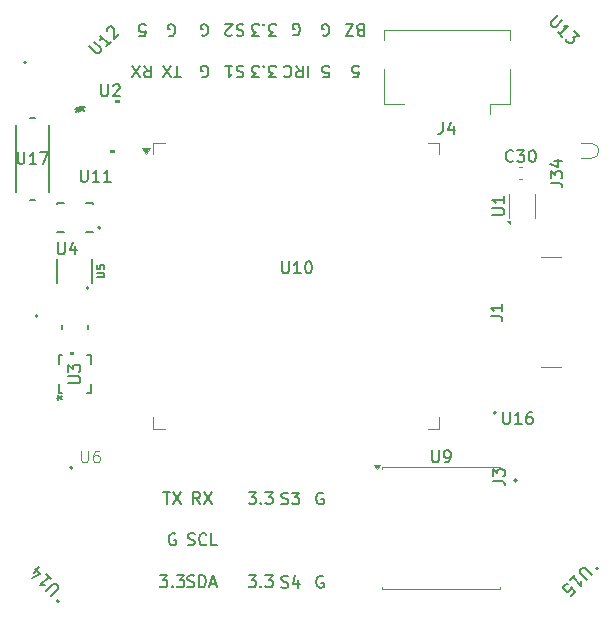
<source format=gbr>
%TF.GenerationSoftware,KiCad,Pcbnew,9.0.1-9.0.1-0~ubuntu24.04.1*%
%TF.CreationDate,2025-06-01T18:05:04-05:00*%
%TF.ProjectId,FC,46432e6b-6963-4616-945f-706362585858,rev?*%
%TF.SameCoordinates,Original*%
%TF.FileFunction,Legend,Top*%
%TF.FilePolarity,Positive*%
%FSLAX46Y46*%
G04 Gerber Fmt 4.6, Leading zero omitted, Abs format (unit mm)*
G04 Created by KiCad (PCBNEW 9.0.1-9.0.1-0~ubuntu24.04.1) date 2025-06-01 18:05:04*
%MOMM*%
%LPD*%
G01*
G04 APERTURE LIST*
%ADD10C,0.150000*%
%ADD11C,0.120000*%
%ADD12C,0.152400*%
%ADD13C,0.127000*%
%ADD14C,0.160000*%
%ADD15C,0.200000*%
%ADD16C,0.000000*%
%ADD17C,0.100000*%
G04 APERTURE END LIST*
D10*
X172047618Y-54870180D02*
X171428571Y-54870180D01*
X171428571Y-54870180D02*
X171761904Y-54489228D01*
X171761904Y-54489228D02*
X171619047Y-54489228D01*
X171619047Y-54489228D02*
X171523809Y-54441609D01*
X171523809Y-54441609D02*
X171476190Y-54393990D01*
X171476190Y-54393990D02*
X171428571Y-54298752D01*
X171428571Y-54298752D02*
X171428571Y-54060657D01*
X171428571Y-54060657D02*
X171476190Y-53965419D01*
X171476190Y-53965419D02*
X171523809Y-53917800D01*
X171523809Y-53917800D02*
X171619047Y-53870180D01*
X171619047Y-53870180D02*
X171904761Y-53870180D01*
X171904761Y-53870180D02*
X171999999Y-53917800D01*
X171999999Y-53917800D02*
X172047618Y-53965419D01*
X170999999Y-53965419D02*
X170952380Y-53917800D01*
X170952380Y-53917800D02*
X170999999Y-53870180D01*
X170999999Y-53870180D02*
X171047618Y-53917800D01*
X171047618Y-53917800D02*
X170999999Y-53965419D01*
X170999999Y-53965419D02*
X170999999Y-53870180D01*
X170619047Y-54870180D02*
X170000000Y-54870180D01*
X170000000Y-54870180D02*
X170333333Y-54489228D01*
X170333333Y-54489228D02*
X170190476Y-54489228D01*
X170190476Y-54489228D02*
X170095238Y-54441609D01*
X170095238Y-54441609D02*
X170047619Y-54393990D01*
X170047619Y-54393990D02*
X170000000Y-54298752D01*
X170000000Y-54298752D02*
X170000000Y-54060657D01*
X170000000Y-54060657D02*
X170047619Y-53965419D01*
X170047619Y-53965419D02*
X170095238Y-53917800D01*
X170095238Y-53917800D02*
X170190476Y-53870180D01*
X170190476Y-53870180D02*
X170476190Y-53870180D01*
X170476190Y-53870180D02*
X170571428Y-53917800D01*
X170571428Y-53917800D02*
X170619047Y-53965419D01*
X165583333Y-90979819D02*
X165250000Y-90503628D01*
X165011905Y-90979819D02*
X165011905Y-89979819D01*
X165011905Y-89979819D02*
X165392857Y-89979819D01*
X165392857Y-89979819D02*
X165488095Y-90027438D01*
X165488095Y-90027438D02*
X165535714Y-90075057D01*
X165535714Y-90075057D02*
X165583333Y-90170295D01*
X165583333Y-90170295D02*
X165583333Y-90313152D01*
X165583333Y-90313152D02*
X165535714Y-90408390D01*
X165535714Y-90408390D02*
X165488095Y-90456009D01*
X165488095Y-90456009D02*
X165392857Y-90503628D01*
X165392857Y-90503628D02*
X165011905Y-90503628D01*
X165916667Y-89979819D02*
X166583333Y-90979819D01*
X166583333Y-89979819D02*
X165916667Y-90979819D01*
X169261904Y-53917800D02*
X169119047Y-53870180D01*
X169119047Y-53870180D02*
X168880952Y-53870180D01*
X168880952Y-53870180D02*
X168785714Y-53917800D01*
X168785714Y-53917800D02*
X168738095Y-53965419D01*
X168738095Y-53965419D02*
X168690476Y-54060657D01*
X168690476Y-54060657D02*
X168690476Y-54155895D01*
X168690476Y-54155895D02*
X168738095Y-54251133D01*
X168738095Y-54251133D02*
X168785714Y-54298752D01*
X168785714Y-54298752D02*
X168880952Y-54346371D01*
X168880952Y-54346371D02*
X169071428Y-54393990D01*
X169071428Y-54393990D02*
X169166666Y-54441609D01*
X169166666Y-54441609D02*
X169214285Y-54489228D01*
X169214285Y-54489228D02*
X169261904Y-54584466D01*
X169261904Y-54584466D02*
X169261904Y-54679704D01*
X169261904Y-54679704D02*
X169214285Y-54774942D01*
X169214285Y-54774942D02*
X169166666Y-54822561D01*
X169166666Y-54822561D02*
X169071428Y-54870180D01*
X169071428Y-54870180D02*
X168833333Y-54870180D01*
X168833333Y-54870180D02*
X168690476Y-54822561D01*
X167738095Y-53870180D02*
X168309523Y-53870180D01*
X168023809Y-53870180D02*
X168023809Y-54870180D01*
X168023809Y-54870180D02*
X168119047Y-54727323D01*
X168119047Y-54727323D02*
X168214285Y-54632085D01*
X168214285Y-54632085D02*
X168309523Y-54584466D01*
X178511904Y-54870180D02*
X178988094Y-54870180D01*
X178988094Y-54870180D02*
X179035713Y-54393990D01*
X179035713Y-54393990D02*
X178988094Y-54441609D01*
X178988094Y-54441609D02*
X178892856Y-54489228D01*
X178892856Y-54489228D02*
X178654761Y-54489228D01*
X178654761Y-54489228D02*
X178559523Y-54441609D01*
X178559523Y-54441609D02*
X178511904Y-54393990D01*
X178511904Y-54393990D02*
X178464285Y-54298752D01*
X178464285Y-54298752D02*
X178464285Y-54060657D01*
X178464285Y-54060657D02*
X178511904Y-53965419D01*
X178511904Y-53965419D02*
X178559523Y-53917800D01*
X178559523Y-53917800D02*
X178654761Y-53870180D01*
X178654761Y-53870180D02*
X178892856Y-53870180D01*
X178892856Y-53870180D02*
X178988094Y-53917800D01*
X178988094Y-53917800D02*
X179035713Y-53965419D01*
X162488095Y-89979819D02*
X163059523Y-89979819D01*
X162773809Y-90979819D02*
X162773809Y-89979819D01*
X163297619Y-89979819D02*
X163964285Y-90979819D01*
X163964285Y-89979819D02*
X163297619Y-90979819D01*
X162202381Y-97029819D02*
X162821428Y-97029819D01*
X162821428Y-97029819D02*
X162488095Y-97410771D01*
X162488095Y-97410771D02*
X162630952Y-97410771D01*
X162630952Y-97410771D02*
X162726190Y-97458390D01*
X162726190Y-97458390D02*
X162773809Y-97506009D01*
X162773809Y-97506009D02*
X162821428Y-97601247D01*
X162821428Y-97601247D02*
X162821428Y-97839342D01*
X162821428Y-97839342D02*
X162773809Y-97934580D01*
X162773809Y-97934580D02*
X162726190Y-97982200D01*
X162726190Y-97982200D02*
X162630952Y-98029819D01*
X162630952Y-98029819D02*
X162345238Y-98029819D01*
X162345238Y-98029819D02*
X162250000Y-97982200D01*
X162250000Y-97982200D02*
X162202381Y-97934580D01*
X163250000Y-97934580D02*
X163297619Y-97982200D01*
X163297619Y-97982200D02*
X163250000Y-98029819D01*
X163250000Y-98029819D02*
X163202381Y-97982200D01*
X163202381Y-97982200D02*
X163250000Y-97934580D01*
X163250000Y-97934580D02*
X163250000Y-98029819D01*
X163630952Y-97029819D02*
X164249999Y-97029819D01*
X164249999Y-97029819D02*
X163916666Y-97410771D01*
X163916666Y-97410771D02*
X164059523Y-97410771D01*
X164059523Y-97410771D02*
X164154761Y-97458390D01*
X164154761Y-97458390D02*
X164202380Y-97506009D01*
X164202380Y-97506009D02*
X164249999Y-97601247D01*
X164249999Y-97601247D02*
X164249999Y-97839342D01*
X164249999Y-97839342D02*
X164202380Y-97934580D01*
X164202380Y-97934580D02*
X164154761Y-97982200D01*
X164154761Y-97982200D02*
X164059523Y-98029819D01*
X164059523Y-98029819D02*
X163773809Y-98029819D01*
X163773809Y-98029819D02*
X163678571Y-97982200D01*
X163678571Y-97982200D02*
X163630952Y-97934580D01*
X172488095Y-98032200D02*
X172630952Y-98079819D01*
X172630952Y-98079819D02*
X172869047Y-98079819D01*
X172869047Y-98079819D02*
X172964285Y-98032200D01*
X172964285Y-98032200D02*
X173011904Y-97984580D01*
X173011904Y-97984580D02*
X173059523Y-97889342D01*
X173059523Y-97889342D02*
X173059523Y-97794104D01*
X173059523Y-97794104D02*
X173011904Y-97698866D01*
X173011904Y-97698866D02*
X172964285Y-97651247D01*
X172964285Y-97651247D02*
X172869047Y-97603628D01*
X172869047Y-97603628D02*
X172678571Y-97556009D01*
X172678571Y-97556009D02*
X172583333Y-97508390D01*
X172583333Y-97508390D02*
X172535714Y-97460771D01*
X172535714Y-97460771D02*
X172488095Y-97365533D01*
X172488095Y-97365533D02*
X172488095Y-97270295D01*
X172488095Y-97270295D02*
X172535714Y-97175057D01*
X172535714Y-97175057D02*
X172583333Y-97127438D01*
X172583333Y-97127438D02*
X172678571Y-97079819D01*
X172678571Y-97079819D02*
X172916666Y-97079819D01*
X172916666Y-97079819D02*
X173059523Y-97127438D01*
X173916666Y-97413152D02*
X173916666Y-98079819D01*
X173678571Y-97032200D02*
X173440476Y-97746485D01*
X173440476Y-97746485D02*
X174059523Y-97746485D01*
X163511904Y-93527438D02*
X163416666Y-93479819D01*
X163416666Y-93479819D02*
X163273809Y-93479819D01*
X163273809Y-93479819D02*
X163130952Y-93527438D01*
X163130952Y-93527438D02*
X163035714Y-93622676D01*
X163035714Y-93622676D02*
X162988095Y-93717914D01*
X162988095Y-93717914D02*
X162940476Y-93908390D01*
X162940476Y-93908390D02*
X162940476Y-94051247D01*
X162940476Y-94051247D02*
X162988095Y-94241723D01*
X162988095Y-94241723D02*
X163035714Y-94336961D01*
X163035714Y-94336961D02*
X163130952Y-94432200D01*
X163130952Y-94432200D02*
X163273809Y-94479819D01*
X163273809Y-94479819D02*
X163369047Y-94479819D01*
X163369047Y-94479819D02*
X163511904Y-94432200D01*
X163511904Y-94432200D02*
X163559523Y-94384580D01*
X163559523Y-94384580D02*
X163559523Y-94051247D01*
X163559523Y-94051247D02*
X163369047Y-94051247D01*
X174749999Y-53870180D02*
X174749999Y-54870180D01*
X173702381Y-53870180D02*
X174035714Y-54346371D01*
X174273809Y-53870180D02*
X174273809Y-54870180D01*
X174273809Y-54870180D02*
X173892857Y-54870180D01*
X173892857Y-54870180D02*
X173797619Y-54822561D01*
X173797619Y-54822561D02*
X173750000Y-54774942D01*
X173750000Y-54774942D02*
X173702381Y-54679704D01*
X173702381Y-54679704D02*
X173702381Y-54536847D01*
X173702381Y-54536847D02*
X173750000Y-54441609D01*
X173750000Y-54441609D02*
X173797619Y-54393990D01*
X173797619Y-54393990D02*
X173892857Y-54346371D01*
X173892857Y-54346371D02*
X174273809Y-54346371D01*
X172702381Y-53965419D02*
X172750000Y-53917800D01*
X172750000Y-53917800D02*
X172892857Y-53870180D01*
X172892857Y-53870180D02*
X172988095Y-53870180D01*
X172988095Y-53870180D02*
X173130952Y-53917800D01*
X173130952Y-53917800D02*
X173226190Y-54013038D01*
X173226190Y-54013038D02*
X173273809Y-54108276D01*
X173273809Y-54108276D02*
X173321428Y-54298752D01*
X173321428Y-54298752D02*
X173321428Y-54441609D01*
X173321428Y-54441609D02*
X173273809Y-54632085D01*
X173273809Y-54632085D02*
X173226190Y-54727323D01*
X173226190Y-54727323D02*
X173130952Y-54822561D01*
X173130952Y-54822561D02*
X172988095Y-54870180D01*
X172988095Y-54870180D02*
X172892857Y-54870180D01*
X172892857Y-54870180D02*
X172750000Y-54822561D01*
X172750000Y-54822561D02*
X172702381Y-54774942D01*
X165738095Y-54822561D02*
X165833333Y-54870180D01*
X165833333Y-54870180D02*
X165976190Y-54870180D01*
X165976190Y-54870180D02*
X166119047Y-54822561D01*
X166119047Y-54822561D02*
X166214285Y-54727323D01*
X166214285Y-54727323D02*
X166261904Y-54632085D01*
X166261904Y-54632085D02*
X166309523Y-54441609D01*
X166309523Y-54441609D02*
X166309523Y-54298752D01*
X166309523Y-54298752D02*
X166261904Y-54108276D01*
X166261904Y-54108276D02*
X166214285Y-54013038D01*
X166214285Y-54013038D02*
X166119047Y-53917800D01*
X166119047Y-53917800D02*
X165976190Y-53870180D01*
X165976190Y-53870180D02*
X165880952Y-53870180D01*
X165880952Y-53870180D02*
X165738095Y-53917800D01*
X165738095Y-53917800D02*
X165690476Y-53965419D01*
X165690476Y-53965419D02*
X165690476Y-54298752D01*
X165690476Y-54298752D02*
X165880952Y-54298752D01*
X176011904Y-54870180D02*
X176488094Y-54870180D01*
X176488094Y-54870180D02*
X176535713Y-54393990D01*
X176535713Y-54393990D02*
X176488094Y-54441609D01*
X176488094Y-54441609D02*
X176392856Y-54489228D01*
X176392856Y-54489228D02*
X176154761Y-54489228D01*
X176154761Y-54489228D02*
X176059523Y-54441609D01*
X176059523Y-54441609D02*
X176011904Y-54393990D01*
X176011904Y-54393990D02*
X175964285Y-54298752D01*
X175964285Y-54298752D02*
X175964285Y-54060657D01*
X175964285Y-54060657D02*
X176011904Y-53965419D01*
X176011904Y-53965419D02*
X176059523Y-53917800D01*
X176059523Y-53917800D02*
X176154761Y-53870180D01*
X176154761Y-53870180D02*
X176392856Y-53870180D01*
X176392856Y-53870180D02*
X176488094Y-53917800D01*
X176488094Y-53917800D02*
X176535713Y-53965419D01*
X176011904Y-97127438D02*
X175916666Y-97079819D01*
X175916666Y-97079819D02*
X175773809Y-97079819D01*
X175773809Y-97079819D02*
X175630952Y-97127438D01*
X175630952Y-97127438D02*
X175535714Y-97222676D01*
X175535714Y-97222676D02*
X175488095Y-97317914D01*
X175488095Y-97317914D02*
X175440476Y-97508390D01*
X175440476Y-97508390D02*
X175440476Y-97651247D01*
X175440476Y-97651247D02*
X175488095Y-97841723D01*
X175488095Y-97841723D02*
X175535714Y-97936961D01*
X175535714Y-97936961D02*
X175630952Y-98032200D01*
X175630952Y-98032200D02*
X175773809Y-98079819D01*
X175773809Y-98079819D02*
X175869047Y-98079819D01*
X175869047Y-98079819D02*
X176011904Y-98032200D01*
X176011904Y-98032200D02*
X176059523Y-97984580D01*
X176059523Y-97984580D02*
X176059523Y-97651247D01*
X176059523Y-97651247D02*
X175869047Y-97651247D01*
X164535714Y-97982200D02*
X164678571Y-98029819D01*
X164678571Y-98029819D02*
X164916666Y-98029819D01*
X164916666Y-98029819D02*
X165011904Y-97982200D01*
X165011904Y-97982200D02*
X165059523Y-97934580D01*
X165059523Y-97934580D02*
X165107142Y-97839342D01*
X165107142Y-97839342D02*
X165107142Y-97744104D01*
X165107142Y-97744104D02*
X165059523Y-97648866D01*
X165059523Y-97648866D02*
X165011904Y-97601247D01*
X165011904Y-97601247D02*
X164916666Y-97553628D01*
X164916666Y-97553628D02*
X164726190Y-97506009D01*
X164726190Y-97506009D02*
X164630952Y-97458390D01*
X164630952Y-97458390D02*
X164583333Y-97410771D01*
X164583333Y-97410771D02*
X164535714Y-97315533D01*
X164535714Y-97315533D02*
X164535714Y-97220295D01*
X164535714Y-97220295D02*
X164583333Y-97125057D01*
X164583333Y-97125057D02*
X164630952Y-97077438D01*
X164630952Y-97077438D02*
X164726190Y-97029819D01*
X164726190Y-97029819D02*
X164964285Y-97029819D01*
X164964285Y-97029819D02*
X165107142Y-97077438D01*
X165535714Y-98029819D02*
X165535714Y-97029819D01*
X165535714Y-97029819D02*
X165773809Y-97029819D01*
X165773809Y-97029819D02*
X165916666Y-97077438D01*
X165916666Y-97077438D02*
X166011904Y-97172676D01*
X166011904Y-97172676D02*
X166059523Y-97267914D01*
X166059523Y-97267914D02*
X166107142Y-97458390D01*
X166107142Y-97458390D02*
X166107142Y-97601247D01*
X166107142Y-97601247D02*
X166059523Y-97791723D01*
X166059523Y-97791723D02*
X166011904Y-97886961D01*
X166011904Y-97886961D02*
X165916666Y-97982200D01*
X165916666Y-97982200D02*
X165773809Y-98029819D01*
X165773809Y-98029819D02*
X165535714Y-98029819D01*
X166488095Y-97744104D02*
X166964285Y-97744104D01*
X166392857Y-98029819D02*
X166726190Y-97029819D01*
X166726190Y-97029819D02*
X167059523Y-98029819D01*
X163961904Y-54870180D02*
X163390476Y-54870180D01*
X163676190Y-53870180D02*
X163676190Y-54870180D01*
X163152380Y-54870180D02*
X162485714Y-53870180D01*
X162485714Y-54870180D02*
X163152380Y-53870180D01*
X172488095Y-90982200D02*
X172630952Y-91029819D01*
X172630952Y-91029819D02*
X172869047Y-91029819D01*
X172869047Y-91029819D02*
X172964285Y-90982200D01*
X172964285Y-90982200D02*
X173011904Y-90934580D01*
X173011904Y-90934580D02*
X173059523Y-90839342D01*
X173059523Y-90839342D02*
X173059523Y-90744104D01*
X173059523Y-90744104D02*
X173011904Y-90648866D01*
X173011904Y-90648866D02*
X172964285Y-90601247D01*
X172964285Y-90601247D02*
X172869047Y-90553628D01*
X172869047Y-90553628D02*
X172678571Y-90506009D01*
X172678571Y-90506009D02*
X172583333Y-90458390D01*
X172583333Y-90458390D02*
X172535714Y-90410771D01*
X172535714Y-90410771D02*
X172488095Y-90315533D01*
X172488095Y-90315533D02*
X172488095Y-90220295D01*
X172488095Y-90220295D02*
X172535714Y-90125057D01*
X172535714Y-90125057D02*
X172583333Y-90077438D01*
X172583333Y-90077438D02*
X172678571Y-90029819D01*
X172678571Y-90029819D02*
X172916666Y-90029819D01*
X172916666Y-90029819D02*
X173059523Y-90077438D01*
X173392857Y-90029819D02*
X174011904Y-90029819D01*
X174011904Y-90029819D02*
X173678571Y-90410771D01*
X173678571Y-90410771D02*
X173821428Y-90410771D01*
X173821428Y-90410771D02*
X173916666Y-90458390D01*
X173916666Y-90458390D02*
X173964285Y-90506009D01*
X173964285Y-90506009D02*
X174011904Y-90601247D01*
X174011904Y-90601247D02*
X174011904Y-90839342D01*
X174011904Y-90839342D02*
X173964285Y-90934580D01*
X173964285Y-90934580D02*
X173916666Y-90982200D01*
X173916666Y-90982200D02*
X173821428Y-91029819D01*
X173821428Y-91029819D02*
X173535714Y-91029819D01*
X173535714Y-91029819D02*
X173440476Y-90982200D01*
X173440476Y-90982200D02*
X173392857Y-90934580D01*
X172047618Y-51370180D02*
X171428571Y-51370180D01*
X171428571Y-51370180D02*
X171761904Y-50989228D01*
X171761904Y-50989228D02*
X171619047Y-50989228D01*
X171619047Y-50989228D02*
X171523809Y-50941609D01*
X171523809Y-50941609D02*
X171476190Y-50893990D01*
X171476190Y-50893990D02*
X171428571Y-50798752D01*
X171428571Y-50798752D02*
X171428571Y-50560657D01*
X171428571Y-50560657D02*
X171476190Y-50465419D01*
X171476190Y-50465419D02*
X171523809Y-50417800D01*
X171523809Y-50417800D02*
X171619047Y-50370180D01*
X171619047Y-50370180D02*
X171904761Y-50370180D01*
X171904761Y-50370180D02*
X171999999Y-50417800D01*
X171999999Y-50417800D02*
X172047618Y-50465419D01*
X170999999Y-50465419D02*
X170952380Y-50417800D01*
X170952380Y-50417800D02*
X170999999Y-50370180D01*
X170999999Y-50370180D02*
X171047618Y-50417800D01*
X171047618Y-50417800D02*
X170999999Y-50465419D01*
X170999999Y-50465419D02*
X170999999Y-50370180D01*
X170619047Y-51370180D02*
X170000000Y-51370180D01*
X170000000Y-51370180D02*
X170333333Y-50989228D01*
X170333333Y-50989228D02*
X170190476Y-50989228D01*
X170190476Y-50989228D02*
X170095238Y-50941609D01*
X170095238Y-50941609D02*
X170047619Y-50893990D01*
X170047619Y-50893990D02*
X170000000Y-50798752D01*
X170000000Y-50798752D02*
X170000000Y-50560657D01*
X170000000Y-50560657D02*
X170047619Y-50465419D01*
X170047619Y-50465419D02*
X170095238Y-50417800D01*
X170095238Y-50417800D02*
X170190476Y-50370180D01*
X170190476Y-50370180D02*
X170476190Y-50370180D01*
X170476190Y-50370180D02*
X170571428Y-50417800D01*
X170571428Y-50417800D02*
X170619047Y-50465419D01*
X165738095Y-51322561D02*
X165833333Y-51370180D01*
X165833333Y-51370180D02*
X165976190Y-51370180D01*
X165976190Y-51370180D02*
X166119047Y-51322561D01*
X166119047Y-51322561D02*
X166214285Y-51227323D01*
X166214285Y-51227323D02*
X166261904Y-51132085D01*
X166261904Y-51132085D02*
X166309523Y-50941609D01*
X166309523Y-50941609D02*
X166309523Y-50798752D01*
X166309523Y-50798752D02*
X166261904Y-50608276D01*
X166261904Y-50608276D02*
X166214285Y-50513038D01*
X166214285Y-50513038D02*
X166119047Y-50417800D01*
X166119047Y-50417800D02*
X165976190Y-50370180D01*
X165976190Y-50370180D02*
X165880952Y-50370180D01*
X165880952Y-50370180D02*
X165738095Y-50417800D01*
X165738095Y-50417800D02*
X165690476Y-50465419D01*
X165690476Y-50465419D02*
X165690476Y-50798752D01*
X165690476Y-50798752D02*
X165880952Y-50798752D01*
X160461904Y-51380180D02*
X160938094Y-51380180D01*
X160938094Y-51380180D02*
X160985713Y-50903990D01*
X160985713Y-50903990D02*
X160938094Y-50951609D01*
X160938094Y-50951609D02*
X160842856Y-50999228D01*
X160842856Y-50999228D02*
X160604761Y-50999228D01*
X160604761Y-50999228D02*
X160509523Y-50951609D01*
X160509523Y-50951609D02*
X160461904Y-50903990D01*
X160461904Y-50903990D02*
X160414285Y-50808752D01*
X160414285Y-50808752D02*
X160414285Y-50570657D01*
X160414285Y-50570657D02*
X160461904Y-50475419D01*
X160461904Y-50475419D02*
X160509523Y-50427800D01*
X160509523Y-50427800D02*
X160604761Y-50380180D01*
X160604761Y-50380180D02*
X160842856Y-50380180D01*
X160842856Y-50380180D02*
X160938094Y-50427800D01*
X160938094Y-50427800D02*
X160985713Y-50475419D01*
X179154761Y-50893990D02*
X179011904Y-50846371D01*
X179011904Y-50846371D02*
X178964285Y-50798752D01*
X178964285Y-50798752D02*
X178916666Y-50703514D01*
X178916666Y-50703514D02*
X178916666Y-50560657D01*
X178916666Y-50560657D02*
X178964285Y-50465419D01*
X178964285Y-50465419D02*
X179011904Y-50417800D01*
X179011904Y-50417800D02*
X179107142Y-50370180D01*
X179107142Y-50370180D02*
X179488094Y-50370180D01*
X179488094Y-50370180D02*
X179488094Y-51370180D01*
X179488094Y-51370180D02*
X179154761Y-51370180D01*
X179154761Y-51370180D02*
X179059523Y-51322561D01*
X179059523Y-51322561D02*
X179011904Y-51274942D01*
X179011904Y-51274942D02*
X178964285Y-51179704D01*
X178964285Y-51179704D02*
X178964285Y-51084466D01*
X178964285Y-51084466D02*
X179011904Y-50989228D01*
X179011904Y-50989228D02*
X179059523Y-50941609D01*
X179059523Y-50941609D02*
X179154761Y-50893990D01*
X179154761Y-50893990D02*
X179488094Y-50893990D01*
X178583332Y-51370180D02*
X177916666Y-51370180D01*
X177916666Y-51370180D02*
X178583332Y-50370180D01*
X178583332Y-50370180D02*
X177916666Y-50370180D01*
X176011904Y-90077438D02*
X175916666Y-90029819D01*
X175916666Y-90029819D02*
X175773809Y-90029819D01*
X175773809Y-90029819D02*
X175630952Y-90077438D01*
X175630952Y-90077438D02*
X175535714Y-90172676D01*
X175535714Y-90172676D02*
X175488095Y-90267914D01*
X175488095Y-90267914D02*
X175440476Y-90458390D01*
X175440476Y-90458390D02*
X175440476Y-90601247D01*
X175440476Y-90601247D02*
X175488095Y-90791723D01*
X175488095Y-90791723D02*
X175535714Y-90886961D01*
X175535714Y-90886961D02*
X175630952Y-90982200D01*
X175630952Y-90982200D02*
X175773809Y-91029819D01*
X175773809Y-91029819D02*
X175869047Y-91029819D01*
X175869047Y-91029819D02*
X176011904Y-90982200D01*
X176011904Y-90982200D02*
X176059523Y-90934580D01*
X176059523Y-90934580D02*
X176059523Y-90601247D01*
X176059523Y-90601247D02*
X175869047Y-90601247D01*
X162938095Y-51332561D02*
X163033333Y-51380180D01*
X163033333Y-51380180D02*
X163176190Y-51380180D01*
X163176190Y-51380180D02*
X163319047Y-51332561D01*
X163319047Y-51332561D02*
X163414285Y-51237323D01*
X163414285Y-51237323D02*
X163461904Y-51142085D01*
X163461904Y-51142085D02*
X163509523Y-50951609D01*
X163509523Y-50951609D02*
X163509523Y-50808752D01*
X163509523Y-50808752D02*
X163461904Y-50618276D01*
X163461904Y-50618276D02*
X163414285Y-50523038D01*
X163414285Y-50523038D02*
X163319047Y-50427800D01*
X163319047Y-50427800D02*
X163176190Y-50380180D01*
X163176190Y-50380180D02*
X163080952Y-50380180D01*
X163080952Y-50380180D02*
X162938095Y-50427800D01*
X162938095Y-50427800D02*
X162890476Y-50475419D01*
X162890476Y-50475419D02*
X162890476Y-50808752D01*
X162890476Y-50808752D02*
X163080952Y-50808752D01*
X164559524Y-94432200D02*
X164702381Y-94479819D01*
X164702381Y-94479819D02*
X164940476Y-94479819D01*
X164940476Y-94479819D02*
X165035714Y-94432200D01*
X165035714Y-94432200D02*
X165083333Y-94384580D01*
X165083333Y-94384580D02*
X165130952Y-94289342D01*
X165130952Y-94289342D02*
X165130952Y-94194104D01*
X165130952Y-94194104D02*
X165083333Y-94098866D01*
X165083333Y-94098866D02*
X165035714Y-94051247D01*
X165035714Y-94051247D02*
X164940476Y-94003628D01*
X164940476Y-94003628D02*
X164750000Y-93956009D01*
X164750000Y-93956009D02*
X164654762Y-93908390D01*
X164654762Y-93908390D02*
X164607143Y-93860771D01*
X164607143Y-93860771D02*
X164559524Y-93765533D01*
X164559524Y-93765533D02*
X164559524Y-93670295D01*
X164559524Y-93670295D02*
X164607143Y-93575057D01*
X164607143Y-93575057D02*
X164654762Y-93527438D01*
X164654762Y-93527438D02*
X164750000Y-93479819D01*
X164750000Y-93479819D02*
X164988095Y-93479819D01*
X164988095Y-93479819D02*
X165130952Y-93527438D01*
X166130952Y-94384580D02*
X166083333Y-94432200D01*
X166083333Y-94432200D02*
X165940476Y-94479819D01*
X165940476Y-94479819D02*
X165845238Y-94479819D01*
X165845238Y-94479819D02*
X165702381Y-94432200D01*
X165702381Y-94432200D02*
X165607143Y-94336961D01*
X165607143Y-94336961D02*
X165559524Y-94241723D01*
X165559524Y-94241723D02*
X165511905Y-94051247D01*
X165511905Y-94051247D02*
X165511905Y-93908390D01*
X165511905Y-93908390D02*
X165559524Y-93717914D01*
X165559524Y-93717914D02*
X165607143Y-93622676D01*
X165607143Y-93622676D02*
X165702381Y-93527438D01*
X165702381Y-93527438D02*
X165845238Y-93479819D01*
X165845238Y-93479819D02*
X165940476Y-93479819D01*
X165940476Y-93479819D02*
X166083333Y-93527438D01*
X166083333Y-93527438D02*
X166130952Y-93575057D01*
X167035714Y-94479819D02*
X166559524Y-94479819D01*
X166559524Y-94479819D02*
X166559524Y-93479819D01*
X169702381Y-89979819D02*
X170321428Y-89979819D01*
X170321428Y-89979819D02*
X169988095Y-90360771D01*
X169988095Y-90360771D02*
X170130952Y-90360771D01*
X170130952Y-90360771D02*
X170226190Y-90408390D01*
X170226190Y-90408390D02*
X170273809Y-90456009D01*
X170273809Y-90456009D02*
X170321428Y-90551247D01*
X170321428Y-90551247D02*
X170321428Y-90789342D01*
X170321428Y-90789342D02*
X170273809Y-90884580D01*
X170273809Y-90884580D02*
X170226190Y-90932200D01*
X170226190Y-90932200D02*
X170130952Y-90979819D01*
X170130952Y-90979819D02*
X169845238Y-90979819D01*
X169845238Y-90979819D02*
X169750000Y-90932200D01*
X169750000Y-90932200D02*
X169702381Y-90884580D01*
X170750000Y-90884580D02*
X170797619Y-90932200D01*
X170797619Y-90932200D02*
X170750000Y-90979819D01*
X170750000Y-90979819D02*
X170702381Y-90932200D01*
X170702381Y-90932200D02*
X170750000Y-90884580D01*
X170750000Y-90884580D02*
X170750000Y-90979819D01*
X171130952Y-89979819D02*
X171749999Y-89979819D01*
X171749999Y-89979819D02*
X171416666Y-90360771D01*
X171416666Y-90360771D02*
X171559523Y-90360771D01*
X171559523Y-90360771D02*
X171654761Y-90408390D01*
X171654761Y-90408390D02*
X171702380Y-90456009D01*
X171702380Y-90456009D02*
X171749999Y-90551247D01*
X171749999Y-90551247D02*
X171749999Y-90789342D01*
X171749999Y-90789342D02*
X171702380Y-90884580D01*
X171702380Y-90884580D02*
X171654761Y-90932200D01*
X171654761Y-90932200D02*
X171559523Y-90979819D01*
X171559523Y-90979819D02*
X171273809Y-90979819D01*
X171273809Y-90979819D02*
X171178571Y-90932200D01*
X171178571Y-90932200D02*
X171130952Y-90884580D01*
X175988095Y-51322561D02*
X176083333Y-51370180D01*
X176083333Y-51370180D02*
X176226190Y-51370180D01*
X176226190Y-51370180D02*
X176369047Y-51322561D01*
X176369047Y-51322561D02*
X176464285Y-51227323D01*
X176464285Y-51227323D02*
X176511904Y-51132085D01*
X176511904Y-51132085D02*
X176559523Y-50941609D01*
X176559523Y-50941609D02*
X176559523Y-50798752D01*
X176559523Y-50798752D02*
X176511904Y-50608276D01*
X176511904Y-50608276D02*
X176464285Y-50513038D01*
X176464285Y-50513038D02*
X176369047Y-50417800D01*
X176369047Y-50417800D02*
X176226190Y-50370180D01*
X176226190Y-50370180D02*
X176130952Y-50370180D01*
X176130952Y-50370180D02*
X175988095Y-50417800D01*
X175988095Y-50417800D02*
X175940476Y-50465419D01*
X175940476Y-50465419D02*
X175940476Y-50798752D01*
X175940476Y-50798752D02*
X176130952Y-50798752D01*
X169261904Y-50417800D02*
X169119047Y-50370180D01*
X169119047Y-50370180D02*
X168880952Y-50370180D01*
X168880952Y-50370180D02*
X168785714Y-50417800D01*
X168785714Y-50417800D02*
X168738095Y-50465419D01*
X168738095Y-50465419D02*
X168690476Y-50560657D01*
X168690476Y-50560657D02*
X168690476Y-50655895D01*
X168690476Y-50655895D02*
X168738095Y-50751133D01*
X168738095Y-50751133D02*
X168785714Y-50798752D01*
X168785714Y-50798752D02*
X168880952Y-50846371D01*
X168880952Y-50846371D02*
X169071428Y-50893990D01*
X169071428Y-50893990D02*
X169166666Y-50941609D01*
X169166666Y-50941609D02*
X169214285Y-50989228D01*
X169214285Y-50989228D02*
X169261904Y-51084466D01*
X169261904Y-51084466D02*
X169261904Y-51179704D01*
X169261904Y-51179704D02*
X169214285Y-51274942D01*
X169214285Y-51274942D02*
X169166666Y-51322561D01*
X169166666Y-51322561D02*
X169071428Y-51370180D01*
X169071428Y-51370180D02*
X168833333Y-51370180D01*
X168833333Y-51370180D02*
X168690476Y-51322561D01*
X168309523Y-51274942D02*
X168261904Y-51322561D01*
X168261904Y-51322561D02*
X168166666Y-51370180D01*
X168166666Y-51370180D02*
X167928571Y-51370180D01*
X167928571Y-51370180D02*
X167833333Y-51322561D01*
X167833333Y-51322561D02*
X167785714Y-51274942D01*
X167785714Y-51274942D02*
X167738095Y-51179704D01*
X167738095Y-51179704D02*
X167738095Y-51084466D01*
X167738095Y-51084466D02*
X167785714Y-50941609D01*
X167785714Y-50941609D02*
X168357142Y-50370180D01*
X168357142Y-50370180D02*
X167738095Y-50370180D01*
X173488095Y-51272561D02*
X173583333Y-51320180D01*
X173583333Y-51320180D02*
X173726190Y-51320180D01*
X173726190Y-51320180D02*
X173869047Y-51272561D01*
X173869047Y-51272561D02*
X173964285Y-51177323D01*
X173964285Y-51177323D02*
X174011904Y-51082085D01*
X174011904Y-51082085D02*
X174059523Y-50891609D01*
X174059523Y-50891609D02*
X174059523Y-50748752D01*
X174059523Y-50748752D02*
X174011904Y-50558276D01*
X174011904Y-50558276D02*
X173964285Y-50463038D01*
X173964285Y-50463038D02*
X173869047Y-50367800D01*
X173869047Y-50367800D02*
X173726190Y-50320180D01*
X173726190Y-50320180D02*
X173630952Y-50320180D01*
X173630952Y-50320180D02*
X173488095Y-50367800D01*
X173488095Y-50367800D02*
X173440476Y-50415419D01*
X173440476Y-50415419D02*
X173440476Y-50748752D01*
X173440476Y-50748752D02*
X173630952Y-50748752D01*
X169702381Y-97029819D02*
X170321428Y-97029819D01*
X170321428Y-97029819D02*
X169988095Y-97410771D01*
X169988095Y-97410771D02*
X170130952Y-97410771D01*
X170130952Y-97410771D02*
X170226190Y-97458390D01*
X170226190Y-97458390D02*
X170273809Y-97506009D01*
X170273809Y-97506009D02*
X170321428Y-97601247D01*
X170321428Y-97601247D02*
X170321428Y-97839342D01*
X170321428Y-97839342D02*
X170273809Y-97934580D01*
X170273809Y-97934580D02*
X170226190Y-97982200D01*
X170226190Y-97982200D02*
X170130952Y-98029819D01*
X170130952Y-98029819D02*
X169845238Y-98029819D01*
X169845238Y-98029819D02*
X169750000Y-97982200D01*
X169750000Y-97982200D02*
X169702381Y-97934580D01*
X170750000Y-97934580D02*
X170797619Y-97982200D01*
X170797619Y-97982200D02*
X170750000Y-98029819D01*
X170750000Y-98029819D02*
X170702381Y-97982200D01*
X170702381Y-97982200D02*
X170750000Y-97934580D01*
X170750000Y-97934580D02*
X170750000Y-98029819D01*
X171130952Y-97029819D02*
X171749999Y-97029819D01*
X171749999Y-97029819D02*
X171416666Y-97410771D01*
X171416666Y-97410771D02*
X171559523Y-97410771D01*
X171559523Y-97410771D02*
X171654761Y-97458390D01*
X171654761Y-97458390D02*
X171702380Y-97506009D01*
X171702380Y-97506009D02*
X171749999Y-97601247D01*
X171749999Y-97601247D02*
X171749999Y-97839342D01*
X171749999Y-97839342D02*
X171702380Y-97934580D01*
X171702380Y-97934580D02*
X171654761Y-97982200D01*
X171654761Y-97982200D02*
X171559523Y-98029819D01*
X171559523Y-98029819D02*
X171273809Y-98029819D01*
X171273809Y-98029819D02*
X171178571Y-97982200D01*
X171178571Y-97982200D02*
X171130952Y-97934580D01*
X160866666Y-53870180D02*
X161199999Y-54346371D01*
X161438094Y-53870180D02*
X161438094Y-54870180D01*
X161438094Y-54870180D02*
X161057142Y-54870180D01*
X161057142Y-54870180D02*
X160961904Y-54822561D01*
X160961904Y-54822561D02*
X160914285Y-54774942D01*
X160914285Y-54774942D02*
X160866666Y-54679704D01*
X160866666Y-54679704D02*
X160866666Y-54536847D01*
X160866666Y-54536847D02*
X160914285Y-54441609D01*
X160914285Y-54441609D02*
X160961904Y-54393990D01*
X160961904Y-54393990D02*
X161057142Y-54346371D01*
X161057142Y-54346371D02*
X161438094Y-54346371D01*
X160533332Y-54870180D02*
X159866666Y-53870180D01*
X159866666Y-54870180D02*
X160533332Y-53870180D01*
X152989964Y-98760966D02*
X153562383Y-98188546D01*
X153562383Y-98188546D02*
X153596055Y-98087531D01*
X153596055Y-98087531D02*
X153596055Y-98020187D01*
X153596055Y-98020187D02*
X153562383Y-97919172D01*
X153562383Y-97919172D02*
X153427696Y-97784485D01*
X153427696Y-97784485D02*
X153326681Y-97750813D01*
X153326681Y-97750813D02*
X153259338Y-97750813D01*
X153259338Y-97750813D02*
X153158322Y-97784485D01*
X153158322Y-97784485D02*
X152585903Y-98356905D01*
X152585903Y-96942691D02*
X152989964Y-97346752D01*
X152787933Y-97144722D02*
X152080826Y-97851829D01*
X152080826Y-97851829D02*
X152249185Y-97818157D01*
X152249185Y-97818157D02*
X152383872Y-97818157D01*
X152383872Y-97818157D02*
X152484887Y-97851829D01*
X151508406Y-96808004D02*
X151979811Y-96336600D01*
X151407391Y-97245737D02*
X152080826Y-96909020D01*
X152080826Y-96909020D02*
X151643093Y-96471287D01*
X190354819Y-66511904D02*
X191164342Y-66511904D01*
X191164342Y-66511904D02*
X191259580Y-66464285D01*
X191259580Y-66464285D02*
X191307200Y-66416666D01*
X191307200Y-66416666D02*
X191354819Y-66321428D01*
X191354819Y-66321428D02*
X191354819Y-66130952D01*
X191354819Y-66130952D02*
X191307200Y-66035714D01*
X191307200Y-66035714D02*
X191259580Y-65988095D01*
X191259580Y-65988095D02*
X191164342Y-65940476D01*
X191164342Y-65940476D02*
X190354819Y-65940476D01*
X191354819Y-64940476D02*
X191354819Y-65511904D01*
X191354819Y-65226190D02*
X190354819Y-65226190D01*
X190354819Y-65226190D02*
X190497676Y-65321428D01*
X190497676Y-65321428D02*
X190592914Y-65416666D01*
X190592914Y-65416666D02*
X190640533Y-65511904D01*
X150161205Y-61204818D02*
X150161205Y-62014341D01*
X150161205Y-62014341D02*
X150208824Y-62109579D01*
X150208824Y-62109579D02*
X150256443Y-62157199D01*
X150256443Y-62157199D02*
X150351681Y-62204818D01*
X150351681Y-62204818D02*
X150542157Y-62204818D01*
X150542157Y-62204818D02*
X150637395Y-62157199D01*
X150637395Y-62157199D02*
X150685014Y-62109579D01*
X150685014Y-62109579D02*
X150732633Y-62014341D01*
X150732633Y-62014341D02*
X150732633Y-61204818D01*
X151732633Y-62204818D02*
X151161205Y-62204818D01*
X151446919Y-62204818D02*
X151446919Y-61204818D01*
X151446919Y-61204818D02*
X151351681Y-61347675D01*
X151351681Y-61347675D02*
X151256443Y-61442913D01*
X151256443Y-61442913D02*
X151161205Y-61490532D01*
X152065967Y-61204818D02*
X152732633Y-61204818D01*
X152732633Y-61204818D02*
X152304062Y-62204818D01*
X155209300Y-57394818D02*
X155209300Y-57632913D01*
X154971205Y-57537675D02*
X155209300Y-57632913D01*
X155209300Y-57632913D02*
X155447395Y-57537675D01*
X155066443Y-57823389D02*
X155209300Y-57632913D01*
X155209300Y-57632913D02*
X155352157Y-57823389D01*
X155209300Y-57394818D02*
X155209300Y-57632913D01*
X154971205Y-57537675D02*
X155209300Y-57632913D01*
X155209300Y-57632913D02*
X155447395Y-57537675D01*
X155066443Y-57823389D02*
X155209300Y-57632913D01*
X155209300Y-57632913D02*
X155352157Y-57823389D01*
X156854676Y-71769619D02*
X157372771Y-71769619D01*
X157372771Y-71769619D02*
X157433723Y-71739142D01*
X157433723Y-71739142D02*
X157464200Y-71708666D01*
X157464200Y-71708666D02*
X157494676Y-71647714D01*
X157494676Y-71647714D02*
X157494676Y-71525809D01*
X157494676Y-71525809D02*
X157464200Y-71464857D01*
X157464200Y-71464857D02*
X157433723Y-71434380D01*
X157433723Y-71434380D02*
X157372771Y-71403904D01*
X157372771Y-71403904D02*
X156854676Y-71403904D01*
X156854676Y-70794381D02*
X156854676Y-71099143D01*
X156854676Y-71099143D02*
X157159438Y-71129619D01*
X157159438Y-71129619D02*
X157128961Y-71099143D01*
X157128961Y-71099143D02*
X157098485Y-71038190D01*
X157098485Y-71038190D02*
X157098485Y-70885809D01*
X157098485Y-70885809D02*
X157128961Y-70824857D01*
X157128961Y-70824857D02*
X157159438Y-70794381D01*
X157159438Y-70794381D02*
X157220390Y-70763904D01*
X157220390Y-70763904D02*
X157372771Y-70763904D01*
X157372771Y-70763904D02*
X157433723Y-70794381D01*
X157433723Y-70794381D02*
X157464200Y-70824857D01*
X157464200Y-70824857D02*
X157494676Y-70885809D01*
X157494676Y-70885809D02*
X157494676Y-71038190D01*
X157494676Y-71038190D02*
X157464200Y-71099143D01*
X157464200Y-71099143D02*
X157433723Y-71129619D01*
X190378819Y-89033333D02*
X191093104Y-89033333D01*
X191093104Y-89033333D02*
X191235961Y-89080952D01*
X191235961Y-89080952D02*
X191331200Y-89176190D01*
X191331200Y-89176190D02*
X191378819Y-89319047D01*
X191378819Y-89319047D02*
X191378819Y-89414285D01*
X190378819Y-88652380D02*
X190378819Y-88033333D01*
X190378819Y-88033333D02*
X190759771Y-88366666D01*
X190759771Y-88366666D02*
X190759771Y-88223809D01*
X190759771Y-88223809D02*
X190807390Y-88128571D01*
X190807390Y-88128571D02*
X190855009Y-88080952D01*
X190855009Y-88080952D02*
X190950247Y-88033333D01*
X190950247Y-88033333D02*
X191188342Y-88033333D01*
X191188342Y-88033333D02*
X191283580Y-88080952D01*
X191283580Y-88080952D02*
X191331200Y-88128571D01*
X191331200Y-88128571D02*
X191378819Y-88223809D01*
X191378819Y-88223809D02*
X191378819Y-88509523D01*
X191378819Y-88509523D02*
X191331200Y-88604761D01*
X191331200Y-88604761D02*
X191283580Y-88652380D01*
X153563095Y-68839819D02*
X153563095Y-69649342D01*
X153563095Y-69649342D02*
X153610714Y-69744580D01*
X153610714Y-69744580D02*
X153658333Y-69792200D01*
X153658333Y-69792200D02*
X153753571Y-69839819D01*
X153753571Y-69839819D02*
X153944047Y-69839819D01*
X153944047Y-69839819D02*
X154039285Y-69792200D01*
X154039285Y-69792200D02*
X154086904Y-69744580D01*
X154086904Y-69744580D02*
X154134523Y-69649342D01*
X154134523Y-69649342D02*
X154134523Y-68839819D01*
X155039285Y-69173152D02*
X155039285Y-69839819D01*
X154801190Y-68792200D02*
X154563095Y-69506485D01*
X154563095Y-69506485D02*
X155182142Y-69506485D01*
X172538706Y-70454819D02*
X172538706Y-71264342D01*
X172538706Y-71264342D02*
X172586325Y-71359580D01*
X172586325Y-71359580D02*
X172633944Y-71407200D01*
X172633944Y-71407200D02*
X172729182Y-71454819D01*
X172729182Y-71454819D02*
X172919658Y-71454819D01*
X172919658Y-71454819D02*
X173014896Y-71407200D01*
X173014896Y-71407200D02*
X173062515Y-71359580D01*
X173062515Y-71359580D02*
X173110134Y-71264342D01*
X173110134Y-71264342D02*
X173110134Y-70454819D01*
X174110134Y-71454819D02*
X173538706Y-71454819D01*
X173824420Y-71454819D02*
X173824420Y-70454819D01*
X173824420Y-70454819D02*
X173729182Y-70597676D01*
X173729182Y-70597676D02*
X173633944Y-70692914D01*
X173633944Y-70692914D02*
X173538706Y-70740533D01*
X174729182Y-70454819D02*
X174824420Y-70454819D01*
X174824420Y-70454819D02*
X174919658Y-70502438D01*
X174919658Y-70502438D02*
X174967277Y-70550057D01*
X174967277Y-70550057D02*
X175014896Y-70645295D01*
X175014896Y-70645295D02*
X175062515Y-70835771D01*
X175062515Y-70835771D02*
X175062515Y-71073866D01*
X175062515Y-71073866D02*
X175014896Y-71264342D01*
X175014896Y-71264342D02*
X174967277Y-71359580D01*
X174967277Y-71359580D02*
X174919658Y-71407200D01*
X174919658Y-71407200D02*
X174824420Y-71454819D01*
X174824420Y-71454819D02*
X174729182Y-71454819D01*
X174729182Y-71454819D02*
X174633944Y-71407200D01*
X174633944Y-71407200D02*
X174586325Y-71359580D01*
X174586325Y-71359580D02*
X174538706Y-71264342D01*
X174538706Y-71264342D02*
X174491087Y-71073866D01*
X174491087Y-71073866D02*
X174491087Y-70835771D01*
X174491087Y-70835771D02*
X174538706Y-70645295D01*
X174538706Y-70645295D02*
X174586325Y-70550057D01*
X174586325Y-70550057D02*
X174633944Y-70502438D01*
X174633944Y-70502438D02*
X174729182Y-70454819D01*
X186166666Y-58654819D02*
X186166666Y-59369104D01*
X186166666Y-59369104D02*
X186119047Y-59511961D01*
X186119047Y-59511961D02*
X186023809Y-59607200D01*
X186023809Y-59607200D02*
X185880952Y-59654819D01*
X185880952Y-59654819D02*
X185785714Y-59654819D01*
X187071428Y-58988152D02*
X187071428Y-59654819D01*
X186833333Y-58607200D02*
X186595238Y-59321485D01*
X186595238Y-59321485D02*
X187214285Y-59321485D01*
X156239033Y-52239964D02*
X156811453Y-52812383D01*
X156811453Y-52812383D02*
X156912468Y-52846055D01*
X156912468Y-52846055D02*
X156979812Y-52846055D01*
X156979812Y-52846055D02*
X157080827Y-52812383D01*
X157080827Y-52812383D02*
X157215514Y-52677696D01*
X157215514Y-52677696D02*
X157249186Y-52576681D01*
X157249186Y-52576681D02*
X157249186Y-52509338D01*
X157249186Y-52509338D02*
X157215514Y-52408322D01*
X157215514Y-52408322D02*
X156643094Y-51835903D01*
X158057308Y-51835903D02*
X157653247Y-52239964D01*
X157855277Y-52037933D02*
X157148170Y-51330826D01*
X157148170Y-51330826D02*
X157181842Y-51499185D01*
X157181842Y-51499185D02*
X157181842Y-51633872D01*
X157181842Y-51633872D02*
X157148170Y-51734887D01*
X157686918Y-50926765D02*
X157686918Y-50859422D01*
X157686918Y-50859422D02*
X157720590Y-50758406D01*
X157720590Y-50758406D02*
X157888949Y-50590048D01*
X157888949Y-50590048D02*
X157989964Y-50556376D01*
X157989964Y-50556376D02*
X158057308Y-50556376D01*
X158057308Y-50556376D02*
X158158323Y-50590048D01*
X158158323Y-50590048D02*
X158225666Y-50657391D01*
X158225666Y-50657391D02*
X158293010Y-50792078D01*
X158293010Y-50792078D02*
X158293010Y-51600200D01*
X158293010Y-51600200D02*
X158730743Y-51162468D01*
X191261905Y-83204819D02*
X191261905Y-84014342D01*
X191261905Y-84014342D02*
X191309524Y-84109580D01*
X191309524Y-84109580D02*
X191357143Y-84157200D01*
X191357143Y-84157200D02*
X191452381Y-84204819D01*
X191452381Y-84204819D02*
X191642857Y-84204819D01*
X191642857Y-84204819D02*
X191738095Y-84157200D01*
X191738095Y-84157200D02*
X191785714Y-84109580D01*
X191785714Y-84109580D02*
X191833333Y-84014342D01*
X191833333Y-84014342D02*
X191833333Y-83204819D01*
X192833333Y-84204819D02*
X192261905Y-84204819D01*
X192547619Y-84204819D02*
X192547619Y-83204819D01*
X192547619Y-83204819D02*
X192452381Y-83347676D01*
X192452381Y-83347676D02*
X192357143Y-83442914D01*
X192357143Y-83442914D02*
X192261905Y-83490533D01*
X193690476Y-83204819D02*
X193500000Y-83204819D01*
X193500000Y-83204819D02*
X193404762Y-83252438D01*
X193404762Y-83252438D02*
X193357143Y-83300057D01*
X193357143Y-83300057D02*
X193261905Y-83442914D01*
X193261905Y-83442914D02*
X193214286Y-83633390D01*
X193214286Y-83633390D02*
X193214286Y-84014342D01*
X193214286Y-84014342D02*
X193261905Y-84109580D01*
X193261905Y-84109580D02*
X193309524Y-84157200D01*
X193309524Y-84157200D02*
X193404762Y-84204819D01*
X193404762Y-84204819D02*
X193595238Y-84204819D01*
X193595238Y-84204819D02*
X193690476Y-84157200D01*
X193690476Y-84157200D02*
X193738095Y-84109580D01*
X193738095Y-84109580D02*
X193785714Y-84014342D01*
X193785714Y-84014342D02*
X193785714Y-83776247D01*
X193785714Y-83776247D02*
X193738095Y-83681009D01*
X193738095Y-83681009D02*
X193690476Y-83633390D01*
X193690476Y-83633390D02*
X193595238Y-83585771D01*
X193595238Y-83585771D02*
X193404762Y-83585771D01*
X193404762Y-83585771D02*
X193309524Y-83633390D01*
X193309524Y-83633390D02*
X193261905Y-83681009D01*
X193261905Y-83681009D02*
X193214286Y-83776247D01*
X192107142Y-61929580D02*
X192059523Y-61977200D01*
X192059523Y-61977200D02*
X191916666Y-62024819D01*
X191916666Y-62024819D02*
X191821428Y-62024819D01*
X191821428Y-62024819D02*
X191678571Y-61977200D01*
X191678571Y-61977200D02*
X191583333Y-61881961D01*
X191583333Y-61881961D02*
X191535714Y-61786723D01*
X191535714Y-61786723D02*
X191488095Y-61596247D01*
X191488095Y-61596247D02*
X191488095Y-61453390D01*
X191488095Y-61453390D02*
X191535714Y-61262914D01*
X191535714Y-61262914D02*
X191583333Y-61167676D01*
X191583333Y-61167676D02*
X191678571Y-61072438D01*
X191678571Y-61072438D02*
X191821428Y-61024819D01*
X191821428Y-61024819D02*
X191916666Y-61024819D01*
X191916666Y-61024819D02*
X192059523Y-61072438D01*
X192059523Y-61072438D02*
X192107142Y-61120057D01*
X192440476Y-61024819D02*
X193059523Y-61024819D01*
X193059523Y-61024819D02*
X192726190Y-61405771D01*
X192726190Y-61405771D02*
X192869047Y-61405771D01*
X192869047Y-61405771D02*
X192964285Y-61453390D01*
X192964285Y-61453390D02*
X193011904Y-61501009D01*
X193011904Y-61501009D02*
X193059523Y-61596247D01*
X193059523Y-61596247D02*
X193059523Y-61834342D01*
X193059523Y-61834342D02*
X193011904Y-61929580D01*
X193011904Y-61929580D02*
X192964285Y-61977200D01*
X192964285Y-61977200D02*
X192869047Y-62024819D01*
X192869047Y-62024819D02*
X192583333Y-62024819D01*
X192583333Y-62024819D02*
X192488095Y-61977200D01*
X192488095Y-61977200D02*
X192440476Y-61929580D01*
X193678571Y-61024819D02*
X193773809Y-61024819D01*
X193773809Y-61024819D02*
X193869047Y-61072438D01*
X193869047Y-61072438D02*
X193916666Y-61120057D01*
X193916666Y-61120057D02*
X193964285Y-61215295D01*
X193964285Y-61215295D02*
X194011904Y-61405771D01*
X194011904Y-61405771D02*
X194011904Y-61643866D01*
X194011904Y-61643866D02*
X193964285Y-61834342D01*
X193964285Y-61834342D02*
X193916666Y-61929580D01*
X193916666Y-61929580D02*
X193869047Y-61977200D01*
X193869047Y-61977200D02*
X193773809Y-62024819D01*
X193773809Y-62024819D02*
X193678571Y-62024819D01*
X193678571Y-62024819D02*
X193583333Y-61977200D01*
X193583333Y-61977200D02*
X193535714Y-61929580D01*
X193535714Y-61929580D02*
X193488095Y-61834342D01*
X193488095Y-61834342D02*
X193440476Y-61643866D01*
X193440476Y-61643866D02*
X193440476Y-61405771D01*
X193440476Y-61405771D02*
X193488095Y-61215295D01*
X193488095Y-61215295D02*
X193535714Y-61120057D01*
X193535714Y-61120057D02*
X193583333Y-61072438D01*
X193583333Y-61072438D02*
X193678571Y-61024819D01*
X185238095Y-86454819D02*
X185238095Y-87264342D01*
X185238095Y-87264342D02*
X185285714Y-87359580D01*
X185285714Y-87359580D02*
X185333333Y-87407200D01*
X185333333Y-87407200D02*
X185428571Y-87454819D01*
X185428571Y-87454819D02*
X185619047Y-87454819D01*
X185619047Y-87454819D02*
X185714285Y-87407200D01*
X185714285Y-87407200D02*
X185761904Y-87359580D01*
X185761904Y-87359580D02*
X185809523Y-87264342D01*
X185809523Y-87264342D02*
X185809523Y-86454819D01*
X186333333Y-87454819D02*
X186523809Y-87454819D01*
X186523809Y-87454819D02*
X186619047Y-87407200D01*
X186619047Y-87407200D02*
X186666666Y-87359580D01*
X186666666Y-87359580D02*
X186761904Y-87216723D01*
X186761904Y-87216723D02*
X186809523Y-87026247D01*
X186809523Y-87026247D02*
X186809523Y-86645295D01*
X186809523Y-86645295D02*
X186761904Y-86550057D01*
X186761904Y-86550057D02*
X186714285Y-86502438D01*
X186714285Y-86502438D02*
X186619047Y-86454819D01*
X186619047Y-86454819D02*
X186428571Y-86454819D01*
X186428571Y-86454819D02*
X186333333Y-86502438D01*
X186333333Y-86502438D02*
X186285714Y-86550057D01*
X186285714Y-86550057D02*
X186238095Y-86645295D01*
X186238095Y-86645295D02*
X186238095Y-86883390D01*
X186238095Y-86883390D02*
X186285714Y-86978628D01*
X186285714Y-86978628D02*
X186333333Y-87026247D01*
X186333333Y-87026247D02*
X186428571Y-87073866D01*
X186428571Y-87073866D02*
X186619047Y-87073866D01*
X186619047Y-87073866D02*
X186714285Y-87026247D01*
X186714285Y-87026247D02*
X186761904Y-86978628D01*
X186761904Y-86978628D02*
X186809523Y-86883390D01*
X190204819Y-75083333D02*
X190919104Y-75083333D01*
X190919104Y-75083333D02*
X191061961Y-75130952D01*
X191061961Y-75130952D02*
X191157200Y-75226190D01*
X191157200Y-75226190D02*
X191204819Y-75369047D01*
X191204819Y-75369047D02*
X191204819Y-75464285D01*
X191204819Y-74083333D02*
X191204819Y-74654761D01*
X191204819Y-74369047D02*
X190204819Y-74369047D01*
X190204819Y-74369047D02*
X190347676Y-74464285D01*
X190347676Y-74464285D02*
X190442914Y-74559523D01*
X190442914Y-74559523D02*
X190490533Y-74654761D01*
X155511905Y-62704819D02*
X155511905Y-63514342D01*
X155511905Y-63514342D02*
X155559524Y-63609580D01*
X155559524Y-63609580D02*
X155607143Y-63657200D01*
X155607143Y-63657200D02*
X155702381Y-63704819D01*
X155702381Y-63704819D02*
X155892857Y-63704819D01*
X155892857Y-63704819D02*
X155988095Y-63657200D01*
X155988095Y-63657200D02*
X156035714Y-63609580D01*
X156035714Y-63609580D02*
X156083333Y-63514342D01*
X156083333Y-63514342D02*
X156083333Y-62704819D01*
X157083333Y-63704819D02*
X156511905Y-63704819D01*
X156797619Y-63704819D02*
X156797619Y-62704819D01*
X156797619Y-62704819D02*
X156702381Y-62847676D01*
X156702381Y-62847676D02*
X156607143Y-62942914D01*
X156607143Y-62942914D02*
X156511905Y-62990533D01*
X158035714Y-63704819D02*
X157464286Y-63704819D01*
X157750000Y-63704819D02*
X157750000Y-62704819D01*
X157750000Y-62704819D02*
X157654762Y-62847676D01*
X157654762Y-62847676D02*
X157559524Y-62942914D01*
X157559524Y-62942914D02*
X157464286Y-62990533D01*
X195882865Y-49593313D02*
X195310446Y-50165733D01*
X195310446Y-50165733D02*
X195276774Y-50266748D01*
X195276774Y-50266748D02*
X195276774Y-50334092D01*
X195276774Y-50334092D02*
X195310446Y-50435107D01*
X195310446Y-50435107D02*
X195445133Y-50569794D01*
X195445133Y-50569794D02*
X195546148Y-50603466D01*
X195546148Y-50603466D02*
X195613491Y-50603466D01*
X195613491Y-50603466D02*
X195714507Y-50569794D01*
X195714507Y-50569794D02*
X196286926Y-49997374D01*
X196286926Y-51411588D02*
X195882865Y-51007527D01*
X196084896Y-51209557D02*
X196792003Y-50502450D01*
X196792003Y-50502450D02*
X196623644Y-50536122D01*
X196623644Y-50536122D02*
X196488957Y-50536122D01*
X196488957Y-50536122D02*
X196387942Y-50502450D01*
X197229736Y-50940183D02*
X197667468Y-51377916D01*
X197667468Y-51377916D02*
X197162392Y-51411588D01*
X197162392Y-51411588D02*
X197263407Y-51512603D01*
X197263407Y-51512603D02*
X197297079Y-51613618D01*
X197297079Y-51613618D02*
X197297079Y-51680962D01*
X197297079Y-51680962D02*
X197263407Y-51781977D01*
X197263407Y-51781977D02*
X197095048Y-51950336D01*
X197095048Y-51950336D02*
X196994033Y-51984008D01*
X196994033Y-51984008D02*
X196926690Y-51984008D01*
X196926690Y-51984008D02*
X196825674Y-51950336D01*
X196825674Y-51950336D02*
X196623644Y-51748305D01*
X196623644Y-51748305D02*
X196589972Y-51647290D01*
X196589972Y-51647290D02*
X196589972Y-51579946D01*
X157238095Y-55464819D02*
X157238095Y-56274342D01*
X157238095Y-56274342D02*
X157285714Y-56369580D01*
X157285714Y-56369580D02*
X157333333Y-56417200D01*
X157333333Y-56417200D02*
X157428571Y-56464819D01*
X157428571Y-56464819D02*
X157619047Y-56464819D01*
X157619047Y-56464819D02*
X157714285Y-56417200D01*
X157714285Y-56417200D02*
X157761904Y-56369580D01*
X157761904Y-56369580D02*
X157809523Y-56274342D01*
X157809523Y-56274342D02*
X157809523Y-55464819D01*
X158238095Y-55560057D02*
X158285714Y-55512438D01*
X158285714Y-55512438D02*
X158380952Y-55464819D01*
X158380952Y-55464819D02*
X158619047Y-55464819D01*
X158619047Y-55464819D02*
X158714285Y-55512438D01*
X158714285Y-55512438D02*
X158761904Y-55560057D01*
X158761904Y-55560057D02*
X158809523Y-55655295D01*
X158809523Y-55655295D02*
X158809523Y-55750533D01*
X158809523Y-55750533D02*
X158761904Y-55893390D01*
X158761904Y-55893390D02*
X158190476Y-56464819D01*
X158190476Y-56464819D02*
X158809523Y-56464819D01*
X155612400Y-57264819D02*
X155612400Y-57502914D01*
X155374305Y-57407676D02*
X155612400Y-57502914D01*
X155612400Y-57502914D02*
X155850495Y-57407676D01*
X155469543Y-57693390D02*
X155612400Y-57502914D01*
X155612400Y-57502914D02*
X155755257Y-57693390D01*
X155612400Y-57264819D02*
X155612400Y-57502914D01*
X155374305Y-57407676D02*
X155612400Y-57502914D01*
X155612400Y-57502914D02*
X155850495Y-57407676D01*
X155469543Y-57693390D02*
X155612400Y-57502914D01*
X155612400Y-57502914D02*
X155755257Y-57693390D01*
X154454819Y-80761904D02*
X155264342Y-80761904D01*
X155264342Y-80761904D02*
X155359580Y-80714285D01*
X155359580Y-80714285D02*
X155407200Y-80666666D01*
X155407200Y-80666666D02*
X155454819Y-80571428D01*
X155454819Y-80571428D02*
X155454819Y-80380952D01*
X155454819Y-80380952D02*
X155407200Y-80285714D01*
X155407200Y-80285714D02*
X155359580Y-80238095D01*
X155359580Y-80238095D02*
X155264342Y-80190476D01*
X155264342Y-80190476D02*
X154454819Y-80190476D01*
X154454819Y-79809523D02*
X154454819Y-79190476D01*
X154454819Y-79190476D02*
X154835771Y-79523809D01*
X154835771Y-79523809D02*
X154835771Y-79380952D01*
X154835771Y-79380952D02*
X154883390Y-79285714D01*
X154883390Y-79285714D02*
X154931009Y-79238095D01*
X154931009Y-79238095D02*
X155026247Y-79190476D01*
X155026247Y-79190476D02*
X155264342Y-79190476D01*
X155264342Y-79190476D02*
X155359580Y-79238095D01*
X155359580Y-79238095D02*
X155407200Y-79285714D01*
X155407200Y-79285714D02*
X155454819Y-79380952D01*
X155454819Y-79380952D02*
X155454819Y-79666666D01*
X155454819Y-79666666D02*
X155407200Y-79761904D01*
X155407200Y-79761904D02*
X155359580Y-79809523D01*
X153454819Y-81981199D02*
X153692914Y-81981199D01*
X153597676Y-82219294D02*
X153692914Y-81981199D01*
X153692914Y-81981199D02*
X153597676Y-81743104D01*
X153883390Y-82124056D02*
X153692914Y-81981199D01*
X153692914Y-81981199D02*
X153883390Y-81838342D01*
X153454819Y-81981199D02*
X153692914Y-81981199D01*
X153597676Y-82219294D02*
X153692914Y-81981199D01*
X153692914Y-81981199D02*
X153597676Y-81743104D01*
X153883390Y-82124056D02*
X153692914Y-81981199D01*
X153692914Y-81981199D02*
X153883390Y-81838342D01*
X195271319Y-63809523D02*
X195985604Y-63809523D01*
X195985604Y-63809523D02*
X196128461Y-63857142D01*
X196128461Y-63857142D02*
X196223700Y-63952380D01*
X196223700Y-63952380D02*
X196271319Y-64095237D01*
X196271319Y-64095237D02*
X196271319Y-64190475D01*
X195271319Y-63428570D02*
X195271319Y-62809523D01*
X195271319Y-62809523D02*
X195652271Y-63142856D01*
X195652271Y-63142856D02*
X195652271Y-62999999D01*
X195652271Y-62999999D02*
X195699890Y-62904761D01*
X195699890Y-62904761D02*
X195747509Y-62857142D01*
X195747509Y-62857142D02*
X195842747Y-62809523D01*
X195842747Y-62809523D02*
X196080842Y-62809523D01*
X196080842Y-62809523D02*
X196176080Y-62857142D01*
X196176080Y-62857142D02*
X196223700Y-62904761D01*
X196223700Y-62904761D02*
X196271319Y-62999999D01*
X196271319Y-62999999D02*
X196271319Y-63285713D01*
X196271319Y-63285713D02*
X196223700Y-63380951D01*
X196223700Y-63380951D02*
X196176080Y-63428570D01*
X195604652Y-61952380D02*
X196271319Y-61952380D01*
X195223700Y-62190475D02*
X195937985Y-62428570D01*
X195937985Y-62428570D02*
X195937985Y-61809523D01*
X198760966Y-97010035D02*
X198188546Y-96437616D01*
X198188546Y-96437616D02*
X198087531Y-96403944D01*
X198087531Y-96403944D02*
X198020187Y-96403944D01*
X198020187Y-96403944D02*
X197919172Y-96437616D01*
X197919172Y-96437616D02*
X197784485Y-96572303D01*
X197784485Y-96572303D02*
X197750813Y-96673318D01*
X197750813Y-96673318D02*
X197750813Y-96740661D01*
X197750813Y-96740661D02*
X197784485Y-96841677D01*
X197784485Y-96841677D02*
X198356905Y-97414096D01*
X196942691Y-97414096D02*
X197346752Y-97010035D01*
X197144722Y-97212066D02*
X197851829Y-97919173D01*
X197851829Y-97919173D02*
X197818157Y-97750814D01*
X197818157Y-97750814D02*
X197818157Y-97616127D01*
X197818157Y-97616127D02*
X197851829Y-97515112D01*
X197010035Y-98760967D02*
X197346752Y-98424249D01*
X197346752Y-98424249D02*
X197043707Y-98053860D01*
X197043707Y-98053860D02*
X197043707Y-98121203D01*
X197043707Y-98121203D02*
X197010035Y-98222218D01*
X197010035Y-98222218D02*
X196841676Y-98390577D01*
X196841676Y-98390577D02*
X196740661Y-98424249D01*
X196740661Y-98424249D02*
X196673317Y-98424249D01*
X196673317Y-98424249D02*
X196572302Y-98390577D01*
X196572302Y-98390577D02*
X196403943Y-98222218D01*
X196403943Y-98222218D02*
X196370271Y-98121203D01*
X196370271Y-98121203D02*
X196370271Y-98053860D01*
X196370271Y-98053860D02*
X196403943Y-97952844D01*
X196403943Y-97952844D02*
X196572302Y-97784486D01*
X196572302Y-97784486D02*
X196673317Y-97750814D01*
X196673317Y-97750814D02*
X196740661Y-97750814D01*
D11*
X155534665Y-86474169D02*
X155534665Y-87283692D01*
X155534665Y-87283692D02*
X155582284Y-87378930D01*
X155582284Y-87378930D02*
X155629903Y-87426550D01*
X155629903Y-87426550D02*
X155725141Y-87474169D01*
X155725141Y-87474169D02*
X155915617Y-87474169D01*
X155915617Y-87474169D02*
X156010855Y-87426550D01*
X156010855Y-87426550D02*
X156058474Y-87378930D01*
X156058474Y-87378930D02*
X156106093Y-87283692D01*
X156106093Y-87283692D02*
X156106093Y-86474169D01*
X157010855Y-86474169D02*
X156820379Y-86474169D01*
X156820379Y-86474169D02*
X156725141Y-86521788D01*
X156725141Y-86521788D02*
X156677522Y-86569407D01*
X156677522Y-86569407D02*
X156582284Y-86712264D01*
X156582284Y-86712264D02*
X156534665Y-86902740D01*
X156534665Y-86902740D02*
X156534665Y-87283692D01*
X156534665Y-87283692D02*
X156582284Y-87378930D01*
X156582284Y-87378930D02*
X156629903Y-87426550D01*
X156629903Y-87426550D02*
X156725141Y-87474169D01*
X156725141Y-87474169D02*
X156915617Y-87474169D01*
X156915617Y-87474169D02*
X157010855Y-87426550D01*
X157010855Y-87426550D02*
X157058474Y-87378930D01*
X157058474Y-87378930D02*
X157106093Y-87283692D01*
X157106093Y-87283692D02*
X157106093Y-87045597D01*
X157106093Y-87045597D02*
X157058474Y-86950359D01*
X157058474Y-86950359D02*
X157010855Y-86902740D01*
X157010855Y-86902740D02*
X156915617Y-86855121D01*
X156915617Y-86855121D02*
X156725141Y-86855121D01*
X156725141Y-86855121D02*
X156629903Y-86902740D01*
X156629903Y-86902740D02*
X156582284Y-86950359D01*
X156582284Y-86950359D02*
X156534665Y-87045597D01*
D12*
%TO.C,U14*%
X153647411Y-99217562D02*
G75*
G02*
X153444211Y-99217562I-101600J0D01*
G01*
X153444211Y-99217562D02*
G75*
G02*
X153647411Y-99217562I101600J0D01*
G01*
D11*
%TO.C,U1*%
X191740000Y-66750000D02*
X191740000Y-64750000D01*
X193960000Y-66750000D02*
X193960000Y-64750000D01*
X191840000Y-67270000D02*
X191560000Y-66990000D01*
X191840000Y-66990000D01*
X191840000Y-67270000D01*
G36*
X191840000Y-67270000D02*
G01*
X191560000Y-66990000D01*
X191840000Y-66990000D01*
X191840000Y-67270000D01*
G37*
D12*
%TO.C,U17*%
X149976900Y-64575891D02*
X149976900Y-58924107D01*
X151173440Y-58270199D02*
X151625160Y-58270199D01*
X151625160Y-65229799D02*
X151173440Y-65229799D01*
X152821700Y-58924107D02*
X152821700Y-64575891D01*
D13*
%TO.C,U5*%
X153530000Y-70250000D02*
X153530000Y-72250000D01*
X156470000Y-70250000D02*
X156470000Y-72250000D01*
D14*
X156180000Y-72700000D02*
G75*
G02*
X156020000Y-72700000I-80000J0D01*
G01*
X156020000Y-72700000D02*
G75*
G02*
X156180000Y-72700000I80000J0D01*
G01*
D15*
%TO.C,J3*%
X192400000Y-89000000D02*
G75*
G02*
X192200000Y-89000000I-100000J0D01*
G01*
X192200000Y-89000000D02*
G75*
G02*
X192400000Y-89000000I100000J0D01*
G01*
D13*
%TO.C,U4*%
X153500000Y-65500000D02*
X153500000Y-65555000D01*
X153500000Y-65500000D02*
X154055000Y-65500000D01*
X153500000Y-68000000D02*
X153500000Y-67945000D01*
X154055000Y-68000000D02*
X153500000Y-68000000D01*
X155945000Y-65500000D02*
X156500000Y-65500000D01*
X156500000Y-65500000D02*
X156500000Y-65555000D01*
X156500000Y-68000000D02*
X155945000Y-68000000D01*
X156500000Y-68000000D02*
X156500000Y-67945000D01*
D15*
X157169000Y-67600000D02*
G75*
G02*
X156969000Y-67600000I-100000J0D01*
G01*
X156969000Y-67600000D02*
G75*
G02*
X157169000Y-67600000I100000J0D01*
G01*
D11*
%TO.C,U10*%
X161640000Y-60390000D02*
X161640000Y-61340000D01*
X161640000Y-84610000D02*
X161640000Y-83660000D01*
X162590000Y-60390000D02*
X161640000Y-60390000D01*
X162590000Y-84610000D02*
X161640000Y-84610000D01*
X184910000Y-60390000D02*
X185860000Y-60390000D01*
X184910000Y-84610000D02*
X185860000Y-84610000D01*
X185860000Y-60390000D02*
X185860000Y-61340000D01*
X185860000Y-84610000D02*
X185860000Y-83660000D01*
X161037500Y-61340000D02*
X160697500Y-60870000D01*
X161377500Y-60870000D01*
X161037500Y-61340000D01*
G36*
X161037500Y-61340000D02*
G01*
X160697500Y-60870000D01*
X161377500Y-60870000D01*
X161037500Y-61340000D01*
G37*
%TO.C,J4*%
X181140000Y-50890000D02*
X181140000Y-51740000D01*
X181140000Y-54160000D02*
X181140000Y-57110000D01*
X181140000Y-57110000D02*
X182890000Y-57110000D01*
X190110000Y-57110000D02*
X190110000Y-58000000D01*
X191860000Y-50890000D02*
X181140000Y-50890000D01*
X191860000Y-51740000D02*
X191860000Y-50890000D01*
X191860000Y-54160000D02*
X191860000Y-57110000D01*
X191860000Y-57110000D02*
X190110000Y-57110000D01*
D12*
%TO.C,U12*%
X150893555Y-53614542D02*
G75*
G02*
X150690355Y-53614542I-101600J0D01*
G01*
X150690355Y-53614542D02*
G75*
G02*
X150893555Y-53614542I101600J0D01*
G01*
%TO.C,U16*%
X190647600Y-83275000D02*
G75*
G02*
X190444400Y-83275000I-101600J0D01*
G01*
X190444400Y-83275000D02*
G75*
G02*
X190647600Y-83275000I101600J0D01*
G01*
D11*
%TO.C,C30*%
X192609420Y-62490000D02*
X192890580Y-62490000D01*
X192609420Y-63510000D02*
X192890580Y-63510000D01*
%TO.C,U9*%
X181040000Y-87840000D02*
X181040000Y-87990000D01*
X181040000Y-87840000D02*
X190960000Y-87840000D01*
X181040000Y-98010000D02*
X181040000Y-98160000D01*
X181040000Y-98160000D02*
X190960000Y-98160000D01*
X190960000Y-87840000D02*
X190960000Y-87990000D01*
X190960000Y-98010000D02*
X190960000Y-98160000D01*
X180570000Y-87990000D02*
X180330000Y-87660000D01*
X180810000Y-87660000D01*
X180570000Y-87990000D01*
G36*
X180570000Y-87990000D02*
G01*
X180330000Y-87660000D01*
X180810000Y-87660000D01*
X180570000Y-87990000D01*
G37*
%TO.C,J1*%
X196150000Y-70080000D02*
X194450000Y-70080000D01*
X196150000Y-79420000D02*
X194450000Y-79420000D01*
D12*
%TO.C,U11*%
X153869700Y-75826841D02*
X153869700Y-76173159D01*
X156130300Y-76173159D02*
X156130300Y-75826841D01*
X151872600Y-75075000D02*
G75*
G02*
X151669400Y-75075000I-101600J0D01*
G01*
X151669400Y-75075000D02*
G75*
G02*
X151872600Y-75075000I101600J0D01*
G01*
%TO.C,U13*%
X196546272Y-50782438D02*
G75*
G02*
X196343072Y-50782438I-101600J0D01*
G01*
X196343072Y-50782438D02*
G75*
G02*
X196546272Y-50782438I101600J0D01*
G01*
D16*
%TO.C,U2*%
G36*
X158390500Y-61270600D02*
G01*
X158009500Y-61270600D01*
X158009500Y-61016600D01*
X158390500Y-61016600D01*
X158390500Y-61270600D01*
G37*
G36*
X158790499Y-57003400D02*
G01*
X158409499Y-57003400D01*
X158409499Y-56749400D01*
X158790499Y-56749400D01*
X158790499Y-57003400D01*
G37*
D12*
%TO.C,U3*%
X153628400Y-78374400D02*
X153628400Y-79174036D01*
X153628400Y-80825964D02*
X153628400Y-81625600D01*
X153628400Y-81625600D02*
X153942302Y-81625600D01*
X153942302Y-78374400D02*
X153628400Y-78374400D01*
X156057698Y-81625600D02*
X156371600Y-81625600D01*
X156371600Y-78374400D02*
X156057698Y-78374400D01*
X156371600Y-79174036D02*
X156371600Y-78374400D01*
X156371600Y-81625600D02*
X156371600Y-80825964D01*
D16*
G36*
X154940501Y-78399800D02*
G01*
X154559500Y-78399800D01*
X154559500Y-78145800D01*
X154940501Y-78145800D01*
X154940501Y-78399800D01*
G37*
D17*
%TO.C,J34*%
X198737500Y-60460000D02*
X197848500Y-60460000D01*
X198737500Y-61730000D02*
X197848500Y-61730000D01*
X198737500Y-60460000D02*
G75*
G02*
X198737500Y-61730000I0J-635000D01*
G01*
D12*
%TO.C,U15*%
X199319162Y-96454189D02*
G75*
G02*
X199115962Y-96454189I-101600J0D01*
G01*
X199115962Y-96454189D02*
G75*
G02*
X199319162Y-96454189I101600J0D01*
G01*
D15*
%TO.C,U6*%
X154790000Y-87930000D02*
G75*
G02*
X154590000Y-87930000I-100000J0D01*
G01*
X154590000Y-87930000D02*
G75*
G02*
X154790000Y-87930000I100000J0D01*
G01*
%TD*%
M02*

</source>
